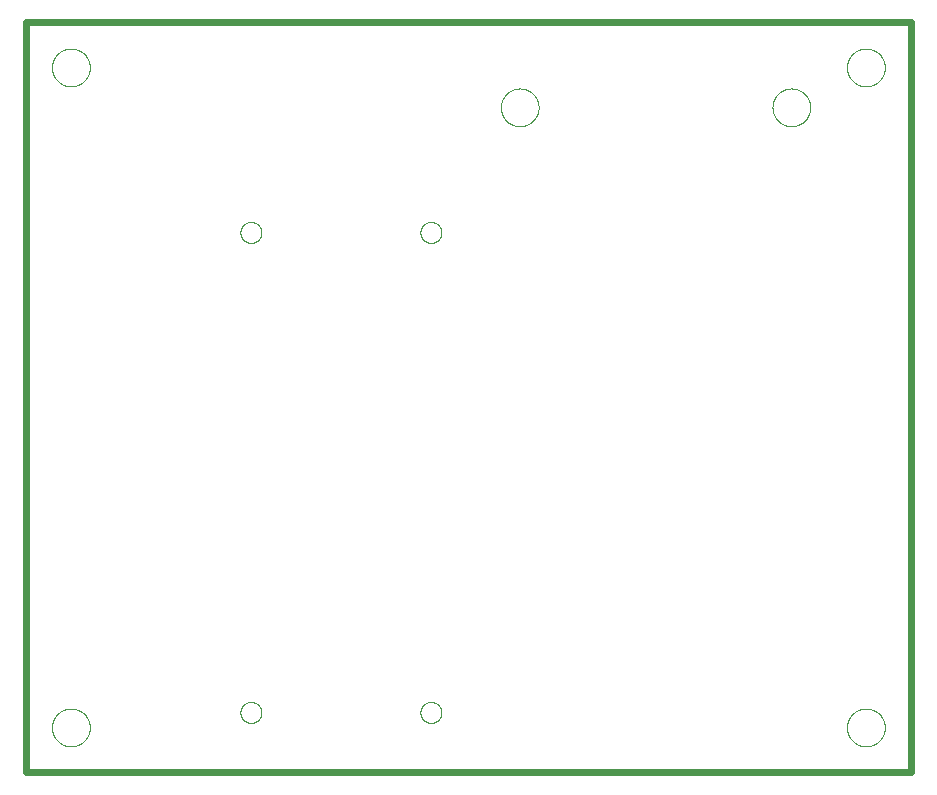
<source format=gbr>
G04 EAGLE Gerber RS-274X export*
G75*
%MOMM*%
%FSLAX34Y34*%
%LPD*%
%IN*%
%IPPOS*%
%AMOC8*
5,1,8,0,0,1.08239X$1,22.5*%
G01*
%ADD10C,0.000000*%
%ADD11C,0.609600*%


D10*
X22100Y596900D02*
X22105Y597293D01*
X22119Y597685D01*
X22143Y598077D01*
X22177Y598468D01*
X22220Y598859D01*
X22273Y599248D01*
X22336Y599635D01*
X22407Y600021D01*
X22489Y600406D01*
X22579Y600788D01*
X22680Y601167D01*
X22789Y601545D01*
X22908Y601919D01*
X23035Y602290D01*
X23172Y602658D01*
X23318Y603023D01*
X23473Y603384D01*
X23636Y603741D01*
X23808Y604094D01*
X23989Y604442D01*
X24179Y604786D01*
X24376Y605126D01*
X24582Y605460D01*
X24796Y605789D01*
X25019Y606113D01*
X25249Y606431D01*
X25486Y606744D01*
X25732Y607050D01*
X25985Y607351D01*
X26245Y607645D01*
X26512Y607933D01*
X26786Y608214D01*
X27067Y608488D01*
X27355Y608755D01*
X27649Y609015D01*
X27950Y609268D01*
X28256Y609514D01*
X28569Y609751D01*
X28887Y609981D01*
X29211Y610204D01*
X29540Y610418D01*
X29874Y610624D01*
X30214Y610821D01*
X30558Y611011D01*
X30906Y611192D01*
X31259Y611364D01*
X31616Y611527D01*
X31977Y611682D01*
X32342Y611828D01*
X32710Y611965D01*
X33081Y612092D01*
X33455Y612211D01*
X33833Y612320D01*
X34212Y612421D01*
X34594Y612511D01*
X34979Y612593D01*
X35365Y612664D01*
X35752Y612727D01*
X36141Y612780D01*
X36532Y612823D01*
X36923Y612857D01*
X37315Y612881D01*
X37707Y612895D01*
X38100Y612900D01*
X38493Y612895D01*
X38885Y612881D01*
X39277Y612857D01*
X39668Y612823D01*
X40059Y612780D01*
X40448Y612727D01*
X40835Y612664D01*
X41221Y612593D01*
X41606Y612511D01*
X41988Y612421D01*
X42367Y612320D01*
X42745Y612211D01*
X43119Y612092D01*
X43490Y611965D01*
X43858Y611828D01*
X44223Y611682D01*
X44584Y611527D01*
X44941Y611364D01*
X45294Y611192D01*
X45642Y611011D01*
X45986Y610821D01*
X46326Y610624D01*
X46660Y610418D01*
X46989Y610204D01*
X47313Y609981D01*
X47631Y609751D01*
X47944Y609514D01*
X48250Y609268D01*
X48551Y609015D01*
X48845Y608755D01*
X49133Y608488D01*
X49414Y608214D01*
X49688Y607933D01*
X49955Y607645D01*
X50215Y607351D01*
X50468Y607050D01*
X50714Y606744D01*
X50951Y606431D01*
X51181Y606113D01*
X51404Y605789D01*
X51618Y605460D01*
X51824Y605126D01*
X52021Y604786D01*
X52211Y604442D01*
X52392Y604094D01*
X52564Y603741D01*
X52727Y603384D01*
X52882Y603023D01*
X53028Y602658D01*
X53165Y602290D01*
X53292Y601919D01*
X53411Y601545D01*
X53520Y601167D01*
X53621Y600788D01*
X53711Y600406D01*
X53793Y600021D01*
X53864Y599635D01*
X53927Y599248D01*
X53980Y598859D01*
X54023Y598468D01*
X54057Y598077D01*
X54081Y597685D01*
X54095Y597293D01*
X54100Y596900D01*
X54095Y596507D01*
X54081Y596115D01*
X54057Y595723D01*
X54023Y595332D01*
X53980Y594941D01*
X53927Y594552D01*
X53864Y594165D01*
X53793Y593779D01*
X53711Y593394D01*
X53621Y593012D01*
X53520Y592633D01*
X53411Y592255D01*
X53292Y591881D01*
X53165Y591510D01*
X53028Y591142D01*
X52882Y590777D01*
X52727Y590416D01*
X52564Y590059D01*
X52392Y589706D01*
X52211Y589358D01*
X52021Y589014D01*
X51824Y588674D01*
X51618Y588340D01*
X51404Y588011D01*
X51181Y587687D01*
X50951Y587369D01*
X50714Y587056D01*
X50468Y586750D01*
X50215Y586449D01*
X49955Y586155D01*
X49688Y585867D01*
X49414Y585586D01*
X49133Y585312D01*
X48845Y585045D01*
X48551Y584785D01*
X48250Y584532D01*
X47944Y584286D01*
X47631Y584049D01*
X47313Y583819D01*
X46989Y583596D01*
X46660Y583382D01*
X46326Y583176D01*
X45986Y582979D01*
X45642Y582789D01*
X45294Y582608D01*
X44941Y582436D01*
X44584Y582273D01*
X44223Y582118D01*
X43858Y581972D01*
X43490Y581835D01*
X43119Y581708D01*
X42745Y581589D01*
X42367Y581480D01*
X41988Y581379D01*
X41606Y581289D01*
X41221Y581207D01*
X40835Y581136D01*
X40448Y581073D01*
X40059Y581020D01*
X39668Y580977D01*
X39277Y580943D01*
X38885Y580919D01*
X38493Y580905D01*
X38100Y580900D01*
X37707Y580905D01*
X37315Y580919D01*
X36923Y580943D01*
X36532Y580977D01*
X36141Y581020D01*
X35752Y581073D01*
X35365Y581136D01*
X34979Y581207D01*
X34594Y581289D01*
X34212Y581379D01*
X33833Y581480D01*
X33455Y581589D01*
X33081Y581708D01*
X32710Y581835D01*
X32342Y581972D01*
X31977Y582118D01*
X31616Y582273D01*
X31259Y582436D01*
X30906Y582608D01*
X30558Y582789D01*
X30214Y582979D01*
X29874Y583176D01*
X29540Y583382D01*
X29211Y583596D01*
X28887Y583819D01*
X28569Y584049D01*
X28256Y584286D01*
X27950Y584532D01*
X27649Y584785D01*
X27355Y585045D01*
X27067Y585312D01*
X26786Y585586D01*
X26512Y585867D01*
X26245Y586155D01*
X25985Y586449D01*
X25732Y586750D01*
X25486Y587056D01*
X25249Y587369D01*
X25019Y587687D01*
X24796Y588011D01*
X24582Y588340D01*
X24376Y588674D01*
X24179Y589014D01*
X23989Y589358D01*
X23808Y589706D01*
X23636Y590059D01*
X23473Y590416D01*
X23318Y590777D01*
X23172Y591142D01*
X23035Y591510D01*
X22908Y591881D01*
X22789Y592255D01*
X22680Y592633D01*
X22579Y593012D01*
X22489Y593394D01*
X22407Y593779D01*
X22336Y594165D01*
X22273Y594552D01*
X22220Y594941D01*
X22177Y595332D01*
X22143Y595723D01*
X22119Y596115D01*
X22105Y596507D01*
X22100Y596900D01*
X22100Y38100D02*
X22105Y38493D01*
X22119Y38885D01*
X22143Y39277D01*
X22177Y39668D01*
X22220Y40059D01*
X22273Y40448D01*
X22336Y40835D01*
X22407Y41221D01*
X22489Y41606D01*
X22579Y41988D01*
X22680Y42367D01*
X22789Y42745D01*
X22908Y43119D01*
X23035Y43490D01*
X23172Y43858D01*
X23318Y44223D01*
X23473Y44584D01*
X23636Y44941D01*
X23808Y45294D01*
X23989Y45642D01*
X24179Y45986D01*
X24376Y46326D01*
X24582Y46660D01*
X24796Y46989D01*
X25019Y47313D01*
X25249Y47631D01*
X25486Y47944D01*
X25732Y48250D01*
X25985Y48551D01*
X26245Y48845D01*
X26512Y49133D01*
X26786Y49414D01*
X27067Y49688D01*
X27355Y49955D01*
X27649Y50215D01*
X27950Y50468D01*
X28256Y50714D01*
X28569Y50951D01*
X28887Y51181D01*
X29211Y51404D01*
X29540Y51618D01*
X29874Y51824D01*
X30214Y52021D01*
X30558Y52211D01*
X30906Y52392D01*
X31259Y52564D01*
X31616Y52727D01*
X31977Y52882D01*
X32342Y53028D01*
X32710Y53165D01*
X33081Y53292D01*
X33455Y53411D01*
X33833Y53520D01*
X34212Y53621D01*
X34594Y53711D01*
X34979Y53793D01*
X35365Y53864D01*
X35752Y53927D01*
X36141Y53980D01*
X36532Y54023D01*
X36923Y54057D01*
X37315Y54081D01*
X37707Y54095D01*
X38100Y54100D01*
X38493Y54095D01*
X38885Y54081D01*
X39277Y54057D01*
X39668Y54023D01*
X40059Y53980D01*
X40448Y53927D01*
X40835Y53864D01*
X41221Y53793D01*
X41606Y53711D01*
X41988Y53621D01*
X42367Y53520D01*
X42745Y53411D01*
X43119Y53292D01*
X43490Y53165D01*
X43858Y53028D01*
X44223Y52882D01*
X44584Y52727D01*
X44941Y52564D01*
X45294Y52392D01*
X45642Y52211D01*
X45986Y52021D01*
X46326Y51824D01*
X46660Y51618D01*
X46989Y51404D01*
X47313Y51181D01*
X47631Y50951D01*
X47944Y50714D01*
X48250Y50468D01*
X48551Y50215D01*
X48845Y49955D01*
X49133Y49688D01*
X49414Y49414D01*
X49688Y49133D01*
X49955Y48845D01*
X50215Y48551D01*
X50468Y48250D01*
X50714Y47944D01*
X50951Y47631D01*
X51181Y47313D01*
X51404Y46989D01*
X51618Y46660D01*
X51824Y46326D01*
X52021Y45986D01*
X52211Y45642D01*
X52392Y45294D01*
X52564Y44941D01*
X52727Y44584D01*
X52882Y44223D01*
X53028Y43858D01*
X53165Y43490D01*
X53292Y43119D01*
X53411Y42745D01*
X53520Y42367D01*
X53621Y41988D01*
X53711Y41606D01*
X53793Y41221D01*
X53864Y40835D01*
X53927Y40448D01*
X53980Y40059D01*
X54023Y39668D01*
X54057Y39277D01*
X54081Y38885D01*
X54095Y38493D01*
X54100Y38100D01*
X54095Y37707D01*
X54081Y37315D01*
X54057Y36923D01*
X54023Y36532D01*
X53980Y36141D01*
X53927Y35752D01*
X53864Y35365D01*
X53793Y34979D01*
X53711Y34594D01*
X53621Y34212D01*
X53520Y33833D01*
X53411Y33455D01*
X53292Y33081D01*
X53165Y32710D01*
X53028Y32342D01*
X52882Y31977D01*
X52727Y31616D01*
X52564Y31259D01*
X52392Y30906D01*
X52211Y30558D01*
X52021Y30214D01*
X51824Y29874D01*
X51618Y29540D01*
X51404Y29211D01*
X51181Y28887D01*
X50951Y28569D01*
X50714Y28256D01*
X50468Y27950D01*
X50215Y27649D01*
X49955Y27355D01*
X49688Y27067D01*
X49414Y26786D01*
X49133Y26512D01*
X48845Y26245D01*
X48551Y25985D01*
X48250Y25732D01*
X47944Y25486D01*
X47631Y25249D01*
X47313Y25019D01*
X46989Y24796D01*
X46660Y24582D01*
X46326Y24376D01*
X45986Y24179D01*
X45642Y23989D01*
X45294Y23808D01*
X44941Y23636D01*
X44584Y23473D01*
X44223Y23318D01*
X43858Y23172D01*
X43490Y23035D01*
X43119Y22908D01*
X42745Y22789D01*
X42367Y22680D01*
X41988Y22579D01*
X41606Y22489D01*
X41221Y22407D01*
X40835Y22336D01*
X40448Y22273D01*
X40059Y22220D01*
X39668Y22177D01*
X39277Y22143D01*
X38885Y22119D01*
X38493Y22105D01*
X38100Y22100D01*
X37707Y22105D01*
X37315Y22119D01*
X36923Y22143D01*
X36532Y22177D01*
X36141Y22220D01*
X35752Y22273D01*
X35365Y22336D01*
X34979Y22407D01*
X34594Y22489D01*
X34212Y22579D01*
X33833Y22680D01*
X33455Y22789D01*
X33081Y22908D01*
X32710Y23035D01*
X32342Y23172D01*
X31977Y23318D01*
X31616Y23473D01*
X31259Y23636D01*
X30906Y23808D01*
X30558Y23989D01*
X30214Y24179D01*
X29874Y24376D01*
X29540Y24582D01*
X29211Y24796D01*
X28887Y25019D01*
X28569Y25249D01*
X28256Y25486D01*
X27950Y25732D01*
X27649Y25985D01*
X27355Y26245D01*
X27067Y26512D01*
X26786Y26786D01*
X26512Y27067D01*
X26245Y27355D01*
X25985Y27649D01*
X25732Y27950D01*
X25486Y28256D01*
X25249Y28569D01*
X25019Y28887D01*
X24796Y29211D01*
X24582Y29540D01*
X24376Y29874D01*
X24179Y30214D01*
X23989Y30558D01*
X23808Y30906D01*
X23636Y31259D01*
X23473Y31616D01*
X23318Y31977D01*
X23172Y32342D01*
X23035Y32710D01*
X22908Y33081D01*
X22789Y33455D01*
X22680Y33833D01*
X22579Y34212D01*
X22489Y34594D01*
X22407Y34979D01*
X22336Y35365D01*
X22273Y35752D01*
X22220Y36141D01*
X22177Y36532D01*
X22143Y36923D01*
X22119Y37315D01*
X22105Y37707D01*
X22100Y38100D01*
X695200Y38100D02*
X695205Y38493D01*
X695219Y38885D01*
X695243Y39277D01*
X695277Y39668D01*
X695320Y40059D01*
X695373Y40448D01*
X695436Y40835D01*
X695507Y41221D01*
X695589Y41606D01*
X695679Y41988D01*
X695780Y42367D01*
X695889Y42745D01*
X696008Y43119D01*
X696135Y43490D01*
X696272Y43858D01*
X696418Y44223D01*
X696573Y44584D01*
X696736Y44941D01*
X696908Y45294D01*
X697089Y45642D01*
X697279Y45986D01*
X697476Y46326D01*
X697682Y46660D01*
X697896Y46989D01*
X698119Y47313D01*
X698349Y47631D01*
X698586Y47944D01*
X698832Y48250D01*
X699085Y48551D01*
X699345Y48845D01*
X699612Y49133D01*
X699886Y49414D01*
X700167Y49688D01*
X700455Y49955D01*
X700749Y50215D01*
X701050Y50468D01*
X701356Y50714D01*
X701669Y50951D01*
X701987Y51181D01*
X702311Y51404D01*
X702640Y51618D01*
X702974Y51824D01*
X703314Y52021D01*
X703658Y52211D01*
X704006Y52392D01*
X704359Y52564D01*
X704716Y52727D01*
X705077Y52882D01*
X705442Y53028D01*
X705810Y53165D01*
X706181Y53292D01*
X706555Y53411D01*
X706933Y53520D01*
X707312Y53621D01*
X707694Y53711D01*
X708079Y53793D01*
X708465Y53864D01*
X708852Y53927D01*
X709241Y53980D01*
X709632Y54023D01*
X710023Y54057D01*
X710415Y54081D01*
X710807Y54095D01*
X711200Y54100D01*
X711593Y54095D01*
X711985Y54081D01*
X712377Y54057D01*
X712768Y54023D01*
X713159Y53980D01*
X713548Y53927D01*
X713935Y53864D01*
X714321Y53793D01*
X714706Y53711D01*
X715088Y53621D01*
X715467Y53520D01*
X715845Y53411D01*
X716219Y53292D01*
X716590Y53165D01*
X716958Y53028D01*
X717323Y52882D01*
X717684Y52727D01*
X718041Y52564D01*
X718394Y52392D01*
X718742Y52211D01*
X719086Y52021D01*
X719426Y51824D01*
X719760Y51618D01*
X720089Y51404D01*
X720413Y51181D01*
X720731Y50951D01*
X721044Y50714D01*
X721350Y50468D01*
X721651Y50215D01*
X721945Y49955D01*
X722233Y49688D01*
X722514Y49414D01*
X722788Y49133D01*
X723055Y48845D01*
X723315Y48551D01*
X723568Y48250D01*
X723814Y47944D01*
X724051Y47631D01*
X724281Y47313D01*
X724504Y46989D01*
X724718Y46660D01*
X724924Y46326D01*
X725121Y45986D01*
X725311Y45642D01*
X725492Y45294D01*
X725664Y44941D01*
X725827Y44584D01*
X725982Y44223D01*
X726128Y43858D01*
X726265Y43490D01*
X726392Y43119D01*
X726511Y42745D01*
X726620Y42367D01*
X726721Y41988D01*
X726811Y41606D01*
X726893Y41221D01*
X726964Y40835D01*
X727027Y40448D01*
X727080Y40059D01*
X727123Y39668D01*
X727157Y39277D01*
X727181Y38885D01*
X727195Y38493D01*
X727200Y38100D01*
X727195Y37707D01*
X727181Y37315D01*
X727157Y36923D01*
X727123Y36532D01*
X727080Y36141D01*
X727027Y35752D01*
X726964Y35365D01*
X726893Y34979D01*
X726811Y34594D01*
X726721Y34212D01*
X726620Y33833D01*
X726511Y33455D01*
X726392Y33081D01*
X726265Y32710D01*
X726128Y32342D01*
X725982Y31977D01*
X725827Y31616D01*
X725664Y31259D01*
X725492Y30906D01*
X725311Y30558D01*
X725121Y30214D01*
X724924Y29874D01*
X724718Y29540D01*
X724504Y29211D01*
X724281Y28887D01*
X724051Y28569D01*
X723814Y28256D01*
X723568Y27950D01*
X723315Y27649D01*
X723055Y27355D01*
X722788Y27067D01*
X722514Y26786D01*
X722233Y26512D01*
X721945Y26245D01*
X721651Y25985D01*
X721350Y25732D01*
X721044Y25486D01*
X720731Y25249D01*
X720413Y25019D01*
X720089Y24796D01*
X719760Y24582D01*
X719426Y24376D01*
X719086Y24179D01*
X718742Y23989D01*
X718394Y23808D01*
X718041Y23636D01*
X717684Y23473D01*
X717323Y23318D01*
X716958Y23172D01*
X716590Y23035D01*
X716219Y22908D01*
X715845Y22789D01*
X715467Y22680D01*
X715088Y22579D01*
X714706Y22489D01*
X714321Y22407D01*
X713935Y22336D01*
X713548Y22273D01*
X713159Y22220D01*
X712768Y22177D01*
X712377Y22143D01*
X711985Y22119D01*
X711593Y22105D01*
X711200Y22100D01*
X710807Y22105D01*
X710415Y22119D01*
X710023Y22143D01*
X709632Y22177D01*
X709241Y22220D01*
X708852Y22273D01*
X708465Y22336D01*
X708079Y22407D01*
X707694Y22489D01*
X707312Y22579D01*
X706933Y22680D01*
X706555Y22789D01*
X706181Y22908D01*
X705810Y23035D01*
X705442Y23172D01*
X705077Y23318D01*
X704716Y23473D01*
X704359Y23636D01*
X704006Y23808D01*
X703658Y23989D01*
X703314Y24179D01*
X702974Y24376D01*
X702640Y24582D01*
X702311Y24796D01*
X701987Y25019D01*
X701669Y25249D01*
X701356Y25486D01*
X701050Y25732D01*
X700749Y25985D01*
X700455Y26245D01*
X700167Y26512D01*
X699886Y26786D01*
X699612Y27067D01*
X699345Y27355D01*
X699085Y27649D01*
X698832Y27950D01*
X698586Y28256D01*
X698349Y28569D01*
X698119Y28887D01*
X697896Y29211D01*
X697682Y29540D01*
X697476Y29874D01*
X697279Y30214D01*
X697089Y30558D01*
X696908Y30906D01*
X696736Y31259D01*
X696573Y31616D01*
X696418Y31977D01*
X696272Y32342D01*
X696135Y32710D01*
X696008Y33081D01*
X695889Y33455D01*
X695780Y33833D01*
X695679Y34212D01*
X695589Y34594D01*
X695507Y34979D01*
X695436Y35365D01*
X695373Y35752D01*
X695320Y36141D01*
X695277Y36532D01*
X695243Y36923D01*
X695219Y37315D01*
X695205Y37707D01*
X695200Y38100D01*
X695200Y596900D02*
X695205Y597293D01*
X695219Y597685D01*
X695243Y598077D01*
X695277Y598468D01*
X695320Y598859D01*
X695373Y599248D01*
X695436Y599635D01*
X695507Y600021D01*
X695589Y600406D01*
X695679Y600788D01*
X695780Y601167D01*
X695889Y601545D01*
X696008Y601919D01*
X696135Y602290D01*
X696272Y602658D01*
X696418Y603023D01*
X696573Y603384D01*
X696736Y603741D01*
X696908Y604094D01*
X697089Y604442D01*
X697279Y604786D01*
X697476Y605126D01*
X697682Y605460D01*
X697896Y605789D01*
X698119Y606113D01*
X698349Y606431D01*
X698586Y606744D01*
X698832Y607050D01*
X699085Y607351D01*
X699345Y607645D01*
X699612Y607933D01*
X699886Y608214D01*
X700167Y608488D01*
X700455Y608755D01*
X700749Y609015D01*
X701050Y609268D01*
X701356Y609514D01*
X701669Y609751D01*
X701987Y609981D01*
X702311Y610204D01*
X702640Y610418D01*
X702974Y610624D01*
X703314Y610821D01*
X703658Y611011D01*
X704006Y611192D01*
X704359Y611364D01*
X704716Y611527D01*
X705077Y611682D01*
X705442Y611828D01*
X705810Y611965D01*
X706181Y612092D01*
X706555Y612211D01*
X706933Y612320D01*
X707312Y612421D01*
X707694Y612511D01*
X708079Y612593D01*
X708465Y612664D01*
X708852Y612727D01*
X709241Y612780D01*
X709632Y612823D01*
X710023Y612857D01*
X710415Y612881D01*
X710807Y612895D01*
X711200Y612900D01*
X711593Y612895D01*
X711985Y612881D01*
X712377Y612857D01*
X712768Y612823D01*
X713159Y612780D01*
X713548Y612727D01*
X713935Y612664D01*
X714321Y612593D01*
X714706Y612511D01*
X715088Y612421D01*
X715467Y612320D01*
X715845Y612211D01*
X716219Y612092D01*
X716590Y611965D01*
X716958Y611828D01*
X717323Y611682D01*
X717684Y611527D01*
X718041Y611364D01*
X718394Y611192D01*
X718742Y611011D01*
X719086Y610821D01*
X719426Y610624D01*
X719760Y610418D01*
X720089Y610204D01*
X720413Y609981D01*
X720731Y609751D01*
X721044Y609514D01*
X721350Y609268D01*
X721651Y609015D01*
X721945Y608755D01*
X722233Y608488D01*
X722514Y608214D01*
X722788Y607933D01*
X723055Y607645D01*
X723315Y607351D01*
X723568Y607050D01*
X723814Y606744D01*
X724051Y606431D01*
X724281Y606113D01*
X724504Y605789D01*
X724718Y605460D01*
X724924Y605126D01*
X725121Y604786D01*
X725311Y604442D01*
X725492Y604094D01*
X725664Y603741D01*
X725827Y603384D01*
X725982Y603023D01*
X726128Y602658D01*
X726265Y602290D01*
X726392Y601919D01*
X726511Y601545D01*
X726620Y601167D01*
X726721Y600788D01*
X726811Y600406D01*
X726893Y600021D01*
X726964Y599635D01*
X727027Y599248D01*
X727080Y598859D01*
X727123Y598468D01*
X727157Y598077D01*
X727181Y597685D01*
X727195Y597293D01*
X727200Y596900D01*
X727195Y596507D01*
X727181Y596115D01*
X727157Y595723D01*
X727123Y595332D01*
X727080Y594941D01*
X727027Y594552D01*
X726964Y594165D01*
X726893Y593779D01*
X726811Y593394D01*
X726721Y593012D01*
X726620Y592633D01*
X726511Y592255D01*
X726392Y591881D01*
X726265Y591510D01*
X726128Y591142D01*
X725982Y590777D01*
X725827Y590416D01*
X725664Y590059D01*
X725492Y589706D01*
X725311Y589358D01*
X725121Y589014D01*
X724924Y588674D01*
X724718Y588340D01*
X724504Y588011D01*
X724281Y587687D01*
X724051Y587369D01*
X723814Y587056D01*
X723568Y586750D01*
X723315Y586449D01*
X723055Y586155D01*
X722788Y585867D01*
X722514Y585586D01*
X722233Y585312D01*
X721945Y585045D01*
X721651Y584785D01*
X721350Y584532D01*
X721044Y584286D01*
X720731Y584049D01*
X720413Y583819D01*
X720089Y583596D01*
X719760Y583382D01*
X719426Y583176D01*
X719086Y582979D01*
X718742Y582789D01*
X718394Y582608D01*
X718041Y582436D01*
X717684Y582273D01*
X717323Y582118D01*
X716958Y581972D01*
X716590Y581835D01*
X716219Y581708D01*
X715845Y581589D01*
X715467Y581480D01*
X715088Y581379D01*
X714706Y581289D01*
X714321Y581207D01*
X713935Y581136D01*
X713548Y581073D01*
X713159Y581020D01*
X712768Y580977D01*
X712377Y580943D01*
X711985Y580919D01*
X711593Y580905D01*
X711200Y580900D01*
X710807Y580905D01*
X710415Y580919D01*
X710023Y580943D01*
X709632Y580977D01*
X709241Y581020D01*
X708852Y581073D01*
X708465Y581136D01*
X708079Y581207D01*
X707694Y581289D01*
X707312Y581379D01*
X706933Y581480D01*
X706555Y581589D01*
X706181Y581708D01*
X705810Y581835D01*
X705442Y581972D01*
X705077Y582118D01*
X704716Y582273D01*
X704359Y582436D01*
X704006Y582608D01*
X703658Y582789D01*
X703314Y582979D01*
X702974Y583176D01*
X702640Y583382D01*
X702311Y583596D01*
X701987Y583819D01*
X701669Y584049D01*
X701356Y584286D01*
X701050Y584532D01*
X700749Y584785D01*
X700455Y585045D01*
X700167Y585312D01*
X699886Y585586D01*
X699612Y585867D01*
X699345Y586155D01*
X699085Y586449D01*
X698832Y586750D01*
X698586Y587056D01*
X698349Y587369D01*
X698119Y587687D01*
X697896Y588011D01*
X697682Y588340D01*
X697476Y588674D01*
X697279Y589014D01*
X697089Y589358D01*
X696908Y589706D01*
X696736Y590059D01*
X696573Y590416D01*
X696418Y590777D01*
X696272Y591142D01*
X696135Y591510D01*
X696008Y591881D01*
X695889Y592255D01*
X695780Y592633D01*
X695679Y593012D01*
X695589Y593394D01*
X695507Y593779D01*
X695436Y594165D01*
X695373Y594552D01*
X695320Y594941D01*
X695277Y595332D01*
X695243Y595723D01*
X695219Y596115D01*
X695205Y596507D01*
X695200Y596900D01*
D11*
X749300Y0D02*
X0Y0D01*
X749300Y0D02*
X749300Y635000D01*
X0Y635000D01*
X0Y0D01*
D10*
X181610Y457200D02*
X181613Y457418D01*
X181621Y457636D01*
X181634Y457854D01*
X181653Y458071D01*
X181677Y458288D01*
X181706Y458504D01*
X181741Y458720D01*
X181781Y458934D01*
X181826Y459148D01*
X181876Y459360D01*
X181932Y459571D01*
X181993Y459781D01*
X182059Y459989D01*
X182130Y460195D01*
X182206Y460399D01*
X182287Y460602D01*
X182373Y460803D01*
X182464Y461001D01*
X182559Y461197D01*
X182660Y461391D01*
X182765Y461582D01*
X182875Y461770D01*
X182989Y461956D01*
X183108Y462139D01*
X183232Y462319D01*
X183359Y462496D01*
X183492Y462669D01*
X183628Y462840D01*
X183768Y463007D01*
X183913Y463170D01*
X184061Y463330D01*
X184214Y463486D01*
X184370Y463639D01*
X184530Y463787D01*
X184693Y463932D01*
X184860Y464072D01*
X185031Y464208D01*
X185204Y464341D01*
X185381Y464468D01*
X185561Y464592D01*
X185744Y464711D01*
X185930Y464825D01*
X186118Y464935D01*
X186309Y465040D01*
X186503Y465141D01*
X186699Y465236D01*
X186897Y465327D01*
X187098Y465413D01*
X187301Y465494D01*
X187505Y465570D01*
X187711Y465641D01*
X187919Y465707D01*
X188129Y465768D01*
X188340Y465824D01*
X188552Y465874D01*
X188766Y465919D01*
X188980Y465959D01*
X189196Y465994D01*
X189412Y466023D01*
X189629Y466047D01*
X189846Y466066D01*
X190064Y466079D01*
X190282Y466087D01*
X190500Y466090D01*
X190718Y466087D01*
X190936Y466079D01*
X191154Y466066D01*
X191371Y466047D01*
X191588Y466023D01*
X191804Y465994D01*
X192020Y465959D01*
X192234Y465919D01*
X192448Y465874D01*
X192660Y465824D01*
X192871Y465768D01*
X193081Y465707D01*
X193289Y465641D01*
X193495Y465570D01*
X193699Y465494D01*
X193902Y465413D01*
X194103Y465327D01*
X194301Y465236D01*
X194497Y465141D01*
X194691Y465040D01*
X194882Y464935D01*
X195070Y464825D01*
X195256Y464711D01*
X195439Y464592D01*
X195619Y464468D01*
X195796Y464341D01*
X195969Y464208D01*
X196140Y464072D01*
X196307Y463932D01*
X196470Y463787D01*
X196630Y463639D01*
X196786Y463486D01*
X196939Y463330D01*
X197087Y463170D01*
X197232Y463007D01*
X197372Y462840D01*
X197508Y462669D01*
X197641Y462496D01*
X197768Y462319D01*
X197892Y462139D01*
X198011Y461956D01*
X198125Y461770D01*
X198235Y461582D01*
X198340Y461391D01*
X198441Y461197D01*
X198536Y461001D01*
X198627Y460803D01*
X198713Y460602D01*
X198794Y460399D01*
X198870Y460195D01*
X198941Y459989D01*
X199007Y459781D01*
X199068Y459571D01*
X199124Y459360D01*
X199174Y459148D01*
X199219Y458934D01*
X199259Y458720D01*
X199294Y458504D01*
X199323Y458288D01*
X199347Y458071D01*
X199366Y457854D01*
X199379Y457636D01*
X199387Y457418D01*
X199390Y457200D01*
X199387Y456982D01*
X199379Y456764D01*
X199366Y456546D01*
X199347Y456329D01*
X199323Y456112D01*
X199294Y455896D01*
X199259Y455680D01*
X199219Y455466D01*
X199174Y455252D01*
X199124Y455040D01*
X199068Y454829D01*
X199007Y454619D01*
X198941Y454411D01*
X198870Y454205D01*
X198794Y454001D01*
X198713Y453798D01*
X198627Y453597D01*
X198536Y453399D01*
X198441Y453203D01*
X198340Y453009D01*
X198235Y452818D01*
X198125Y452630D01*
X198011Y452444D01*
X197892Y452261D01*
X197768Y452081D01*
X197641Y451904D01*
X197508Y451731D01*
X197372Y451560D01*
X197232Y451393D01*
X197087Y451230D01*
X196939Y451070D01*
X196786Y450914D01*
X196630Y450761D01*
X196470Y450613D01*
X196307Y450468D01*
X196140Y450328D01*
X195969Y450192D01*
X195796Y450059D01*
X195619Y449932D01*
X195439Y449808D01*
X195256Y449689D01*
X195070Y449575D01*
X194882Y449465D01*
X194691Y449360D01*
X194497Y449259D01*
X194301Y449164D01*
X194103Y449073D01*
X193902Y448987D01*
X193699Y448906D01*
X193495Y448830D01*
X193289Y448759D01*
X193081Y448693D01*
X192871Y448632D01*
X192660Y448576D01*
X192448Y448526D01*
X192234Y448481D01*
X192020Y448441D01*
X191804Y448406D01*
X191588Y448377D01*
X191371Y448353D01*
X191154Y448334D01*
X190936Y448321D01*
X190718Y448313D01*
X190500Y448310D01*
X190282Y448313D01*
X190064Y448321D01*
X189846Y448334D01*
X189629Y448353D01*
X189412Y448377D01*
X189196Y448406D01*
X188980Y448441D01*
X188766Y448481D01*
X188552Y448526D01*
X188340Y448576D01*
X188129Y448632D01*
X187919Y448693D01*
X187711Y448759D01*
X187505Y448830D01*
X187301Y448906D01*
X187098Y448987D01*
X186897Y449073D01*
X186699Y449164D01*
X186503Y449259D01*
X186309Y449360D01*
X186118Y449465D01*
X185930Y449575D01*
X185744Y449689D01*
X185561Y449808D01*
X185381Y449932D01*
X185204Y450059D01*
X185031Y450192D01*
X184860Y450328D01*
X184693Y450468D01*
X184530Y450613D01*
X184370Y450761D01*
X184214Y450914D01*
X184061Y451070D01*
X183913Y451230D01*
X183768Y451393D01*
X183628Y451560D01*
X183492Y451731D01*
X183359Y451904D01*
X183232Y452081D01*
X183108Y452261D01*
X182989Y452444D01*
X182875Y452630D01*
X182765Y452818D01*
X182660Y453009D01*
X182559Y453203D01*
X182464Y453399D01*
X182373Y453597D01*
X182287Y453798D01*
X182206Y454001D01*
X182130Y454205D01*
X182059Y454411D01*
X181993Y454619D01*
X181932Y454829D01*
X181876Y455040D01*
X181826Y455252D01*
X181781Y455466D01*
X181741Y455680D01*
X181706Y455896D01*
X181677Y456112D01*
X181653Y456329D01*
X181634Y456546D01*
X181621Y456764D01*
X181613Y456982D01*
X181610Y457200D01*
X334010Y457200D02*
X334013Y457418D01*
X334021Y457636D01*
X334034Y457854D01*
X334053Y458071D01*
X334077Y458288D01*
X334106Y458504D01*
X334141Y458720D01*
X334181Y458934D01*
X334226Y459148D01*
X334276Y459360D01*
X334332Y459571D01*
X334393Y459781D01*
X334459Y459989D01*
X334530Y460195D01*
X334606Y460399D01*
X334687Y460602D01*
X334773Y460803D01*
X334864Y461001D01*
X334959Y461197D01*
X335060Y461391D01*
X335165Y461582D01*
X335275Y461770D01*
X335389Y461956D01*
X335508Y462139D01*
X335632Y462319D01*
X335759Y462496D01*
X335892Y462669D01*
X336028Y462840D01*
X336168Y463007D01*
X336313Y463170D01*
X336461Y463330D01*
X336614Y463486D01*
X336770Y463639D01*
X336930Y463787D01*
X337093Y463932D01*
X337260Y464072D01*
X337431Y464208D01*
X337604Y464341D01*
X337781Y464468D01*
X337961Y464592D01*
X338144Y464711D01*
X338330Y464825D01*
X338518Y464935D01*
X338709Y465040D01*
X338903Y465141D01*
X339099Y465236D01*
X339297Y465327D01*
X339498Y465413D01*
X339701Y465494D01*
X339905Y465570D01*
X340111Y465641D01*
X340319Y465707D01*
X340529Y465768D01*
X340740Y465824D01*
X340952Y465874D01*
X341166Y465919D01*
X341380Y465959D01*
X341596Y465994D01*
X341812Y466023D01*
X342029Y466047D01*
X342246Y466066D01*
X342464Y466079D01*
X342682Y466087D01*
X342900Y466090D01*
X343118Y466087D01*
X343336Y466079D01*
X343554Y466066D01*
X343771Y466047D01*
X343988Y466023D01*
X344204Y465994D01*
X344420Y465959D01*
X344634Y465919D01*
X344848Y465874D01*
X345060Y465824D01*
X345271Y465768D01*
X345481Y465707D01*
X345689Y465641D01*
X345895Y465570D01*
X346099Y465494D01*
X346302Y465413D01*
X346503Y465327D01*
X346701Y465236D01*
X346897Y465141D01*
X347091Y465040D01*
X347282Y464935D01*
X347470Y464825D01*
X347656Y464711D01*
X347839Y464592D01*
X348019Y464468D01*
X348196Y464341D01*
X348369Y464208D01*
X348540Y464072D01*
X348707Y463932D01*
X348870Y463787D01*
X349030Y463639D01*
X349186Y463486D01*
X349339Y463330D01*
X349487Y463170D01*
X349632Y463007D01*
X349772Y462840D01*
X349908Y462669D01*
X350041Y462496D01*
X350168Y462319D01*
X350292Y462139D01*
X350411Y461956D01*
X350525Y461770D01*
X350635Y461582D01*
X350740Y461391D01*
X350841Y461197D01*
X350936Y461001D01*
X351027Y460803D01*
X351113Y460602D01*
X351194Y460399D01*
X351270Y460195D01*
X351341Y459989D01*
X351407Y459781D01*
X351468Y459571D01*
X351524Y459360D01*
X351574Y459148D01*
X351619Y458934D01*
X351659Y458720D01*
X351694Y458504D01*
X351723Y458288D01*
X351747Y458071D01*
X351766Y457854D01*
X351779Y457636D01*
X351787Y457418D01*
X351790Y457200D01*
X351787Y456982D01*
X351779Y456764D01*
X351766Y456546D01*
X351747Y456329D01*
X351723Y456112D01*
X351694Y455896D01*
X351659Y455680D01*
X351619Y455466D01*
X351574Y455252D01*
X351524Y455040D01*
X351468Y454829D01*
X351407Y454619D01*
X351341Y454411D01*
X351270Y454205D01*
X351194Y454001D01*
X351113Y453798D01*
X351027Y453597D01*
X350936Y453399D01*
X350841Y453203D01*
X350740Y453009D01*
X350635Y452818D01*
X350525Y452630D01*
X350411Y452444D01*
X350292Y452261D01*
X350168Y452081D01*
X350041Y451904D01*
X349908Y451731D01*
X349772Y451560D01*
X349632Y451393D01*
X349487Y451230D01*
X349339Y451070D01*
X349186Y450914D01*
X349030Y450761D01*
X348870Y450613D01*
X348707Y450468D01*
X348540Y450328D01*
X348369Y450192D01*
X348196Y450059D01*
X348019Y449932D01*
X347839Y449808D01*
X347656Y449689D01*
X347470Y449575D01*
X347282Y449465D01*
X347091Y449360D01*
X346897Y449259D01*
X346701Y449164D01*
X346503Y449073D01*
X346302Y448987D01*
X346099Y448906D01*
X345895Y448830D01*
X345689Y448759D01*
X345481Y448693D01*
X345271Y448632D01*
X345060Y448576D01*
X344848Y448526D01*
X344634Y448481D01*
X344420Y448441D01*
X344204Y448406D01*
X343988Y448377D01*
X343771Y448353D01*
X343554Y448334D01*
X343336Y448321D01*
X343118Y448313D01*
X342900Y448310D01*
X342682Y448313D01*
X342464Y448321D01*
X342246Y448334D01*
X342029Y448353D01*
X341812Y448377D01*
X341596Y448406D01*
X341380Y448441D01*
X341166Y448481D01*
X340952Y448526D01*
X340740Y448576D01*
X340529Y448632D01*
X340319Y448693D01*
X340111Y448759D01*
X339905Y448830D01*
X339701Y448906D01*
X339498Y448987D01*
X339297Y449073D01*
X339099Y449164D01*
X338903Y449259D01*
X338709Y449360D01*
X338518Y449465D01*
X338330Y449575D01*
X338144Y449689D01*
X337961Y449808D01*
X337781Y449932D01*
X337604Y450059D01*
X337431Y450192D01*
X337260Y450328D01*
X337093Y450468D01*
X336930Y450613D01*
X336770Y450761D01*
X336614Y450914D01*
X336461Y451070D01*
X336313Y451230D01*
X336168Y451393D01*
X336028Y451560D01*
X335892Y451731D01*
X335759Y451904D01*
X335632Y452081D01*
X335508Y452261D01*
X335389Y452444D01*
X335275Y452630D01*
X335165Y452818D01*
X335060Y453009D01*
X334959Y453203D01*
X334864Y453399D01*
X334773Y453597D01*
X334687Y453798D01*
X334606Y454001D01*
X334530Y454205D01*
X334459Y454411D01*
X334393Y454619D01*
X334332Y454829D01*
X334276Y455040D01*
X334226Y455252D01*
X334181Y455466D01*
X334141Y455680D01*
X334106Y455896D01*
X334077Y456112D01*
X334053Y456329D01*
X334034Y456546D01*
X334021Y456764D01*
X334013Y456982D01*
X334010Y457200D01*
X334010Y50800D02*
X334013Y51018D01*
X334021Y51236D01*
X334034Y51454D01*
X334053Y51671D01*
X334077Y51888D01*
X334106Y52104D01*
X334141Y52320D01*
X334181Y52534D01*
X334226Y52748D01*
X334276Y52960D01*
X334332Y53171D01*
X334393Y53381D01*
X334459Y53589D01*
X334530Y53795D01*
X334606Y53999D01*
X334687Y54202D01*
X334773Y54403D01*
X334864Y54601D01*
X334959Y54797D01*
X335060Y54991D01*
X335165Y55182D01*
X335275Y55370D01*
X335389Y55556D01*
X335508Y55739D01*
X335632Y55919D01*
X335759Y56096D01*
X335892Y56269D01*
X336028Y56440D01*
X336168Y56607D01*
X336313Y56770D01*
X336461Y56930D01*
X336614Y57086D01*
X336770Y57239D01*
X336930Y57387D01*
X337093Y57532D01*
X337260Y57672D01*
X337431Y57808D01*
X337604Y57941D01*
X337781Y58068D01*
X337961Y58192D01*
X338144Y58311D01*
X338330Y58425D01*
X338518Y58535D01*
X338709Y58640D01*
X338903Y58741D01*
X339099Y58836D01*
X339297Y58927D01*
X339498Y59013D01*
X339701Y59094D01*
X339905Y59170D01*
X340111Y59241D01*
X340319Y59307D01*
X340529Y59368D01*
X340740Y59424D01*
X340952Y59474D01*
X341166Y59519D01*
X341380Y59559D01*
X341596Y59594D01*
X341812Y59623D01*
X342029Y59647D01*
X342246Y59666D01*
X342464Y59679D01*
X342682Y59687D01*
X342900Y59690D01*
X343118Y59687D01*
X343336Y59679D01*
X343554Y59666D01*
X343771Y59647D01*
X343988Y59623D01*
X344204Y59594D01*
X344420Y59559D01*
X344634Y59519D01*
X344848Y59474D01*
X345060Y59424D01*
X345271Y59368D01*
X345481Y59307D01*
X345689Y59241D01*
X345895Y59170D01*
X346099Y59094D01*
X346302Y59013D01*
X346503Y58927D01*
X346701Y58836D01*
X346897Y58741D01*
X347091Y58640D01*
X347282Y58535D01*
X347470Y58425D01*
X347656Y58311D01*
X347839Y58192D01*
X348019Y58068D01*
X348196Y57941D01*
X348369Y57808D01*
X348540Y57672D01*
X348707Y57532D01*
X348870Y57387D01*
X349030Y57239D01*
X349186Y57086D01*
X349339Y56930D01*
X349487Y56770D01*
X349632Y56607D01*
X349772Y56440D01*
X349908Y56269D01*
X350041Y56096D01*
X350168Y55919D01*
X350292Y55739D01*
X350411Y55556D01*
X350525Y55370D01*
X350635Y55182D01*
X350740Y54991D01*
X350841Y54797D01*
X350936Y54601D01*
X351027Y54403D01*
X351113Y54202D01*
X351194Y53999D01*
X351270Y53795D01*
X351341Y53589D01*
X351407Y53381D01*
X351468Y53171D01*
X351524Y52960D01*
X351574Y52748D01*
X351619Y52534D01*
X351659Y52320D01*
X351694Y52104D01*
X351723Y51888D01*
X351747Y51671D01*
X351766Y51454D01*
X351779Y51236D01*
X351787Y51018D01*
X351790Y50800D01*
X351787Y50582D01*
X351779Y50364D01*
X351766Y50146D01*
X351747Y49929D01*
X351723Y49712D01*
X351694Y49496D01*
X351659Y49280D01*
X351619Y49066D01*
X351574Y48852D01*
X351524Y48640D01*
X351468Y48429D01*
X351407Y48219D01*
X351341Y48011D01*
X351270Y47805D01*
X351194Y47601D01*
X351113Y47398D01*
X351027Y47197D01*
X350936Y46999D01*
X350841Y46803D01*
X350740Y46609D01*
X350635Y46418D01*
X350525Y46230D01*
X350411Y46044D01*
X350292Y45861D01*
X350168Y45681D01*
X350041Y45504D01*
X349908Y45331D01*
X349772Y45160D01*
X349632Y44993D01*
X349487Y44830D01*
X349339Y44670D01*
X349186Y44514D01*
X349030Y44361D01*
X348870Y44213D01*
X348707Y44068D01*
X348540Y43928D01*
X348369Y43792D01*
X348196Y43659D01*
X348019Y43532D01*
X347839Y43408D01*
X347656Y43289D01*
X347470Y43175D01*
X347282Y43065D01*
X347091Y42960D01*
X346897Y42859D01*
X346701Y42764D01*
X346503Y42673D01*
X346302Y42587D01*
X346099Y42506D01*
X345895Y42430D01*
X345689Y42359D01*
X345481Y42293D01*
X345271Y42232D01*
X345060Y42176D01*
X344848Y42126D01*
X344634Y42081D01*
X344420Y42041D01*
X344204Y42006D01*
X343988Y41977D01*
X343771Y41953D01*
X343554Y41934D01*
X343336Y41921D01*
X343118Y41913D01*
X342900Y41910D01*
X342682Y41913D01*
X342464Y41921D01*
X342246Y41934D01*
X342029Y41953D01*
X341812Y41977D01*
X341596Y42006D01*
X341380Y42041D01*
X341166Y42081D01*
X340952Y42126D01*
X340740Y42176D01*
X340529Y42232D01*
X340319Y42293D01*
X340111Y42359D01*
X339905Y42430D01*
X339701Y42506D01*
X339498Y42587D01*
X339297Y42673D01*
X339099Y42764D01*
X338903Y42859D01*
X338709Y42960D01*
X338518Y43065D01*
X338330Y43175D01*
X338144Y43289D01*
X337961Y43408D01*
X337781Y43532D01*
X337604Y43659D01*
X337431Y43792D01*
X337260Y43928D01*
X337093Y44068D01*
X336930Y44213D01*
X336770Y44361D01*
X336614Y44514D01*
X336461Y44670D01*
X336313Y44830D01*
X336168Y44993D01*
X336028Y45160D01*
X335892Y45331D01*
X335759Y45504D01*
X335632Y45681D01*
X335508Y45861D01*
X335389Y46044D01*
X335275Y46230D01*
X335165Y46418D01*
X335060Y46609D01*
X334959Y46803D01*
X334864Y46999D01*
X334773Y47197D01*
X334687Y47398D01*
X334606Y47601D01*
X334530Y47805D01*
X334459Y48011D01*
X334393Y48219D01*
X334332Y48429D01*
X334276Y48640D01*
X334226Y48852D01*
X334181Y49066D01*
X334141Y49280D01*
X334106Y49496D01*
X334077Y49712D01*
X334053Y49929D01*
X334034Y50146D01*
X334021Y50364D01*
X334013Y50582D01*
X334010Y50800D01*
X181610Y50800D02*
X181613Y51018D01*
X181621Y51236D01*
X181634Y51454D01*
X181653Y51671D01*
X181677Y51888D01*
X181706Y52104D01*
X181741Y52320D01*
X181781Y52534D01*
X181826Y52748D01*
X181876Y52960D01*
X181932Y53171D01*
X181993Y53381D01*
X182059Y53589D01*
X182130Y53795D01*
X182206Y53999D01*
X182287Y54202D01*
X182373Y54403D01*
X182464Y54601D01*
X182559Y54797D01*
X182660Y54991D01*
X182765Y55182D01*
X182875Y55370D01*
X182989Y55556D01*
X183108Y55739D01*
X183232Y55919D01*
X183359Y56096D01*
X183492Y56269D01*
X183628Y56440D01*
X183768Y56607D01*
X183913Y56770D01*
X184061Y56930D01*
X184214Y57086D01*
X184370Y57239D01*
X184530Y57387D01*
X184693Y57532D01*
X184860Y57672D01*
X185031Y57808D01*
X185204Y57941D01*
X185381Y58068D01*
X185561Y58192D01*
X185744Y58311D01*
X185930Y58425D01*
X186118Y58535D01*
X186309Y58640D01*
X186503Y58741D01*
X186699Y58836D01*
X186897Y58927D01*
X187098Y59013D01*
X187301Y59094D01*
X187505Y59170D01*
X187711Y59241D01*
X187919Y59307D01*
X188129Y59368D01*
X188340Y59424D01*
X188552Y59474D01*
X188766Y59519D01*
X188980Y59559D01*
X189196Y59594D01*
X189412Y59623D01*
X189629Y59647D01*
X189846Y59666D01*
X190064Y59679D01*
X190282Y59687D01*
X190500Y59690D01*
X190718Y59687D01*
X190936Y59679D01*
X191154Y59666D01*
X191371Y59647D01*
X191588Y59623D01*
X191804Y59594D01*
X192020Y59559D01*
X192234Y59519D01*
X192448Y59474D01*
X192660Y59424D01*
X192871Y59368D01*
X193081Y59307D01*
X193289Y59241D01*
X193495Y59170D01*
X193699Y59094D01*
X193902Y59013D01*
X194103Y58927D01*
X194301Y58836D01*
X194497Y58741D01*
X194691Y58640D01*
X194882Y58535D01*
X195070Y58425D01*
X195256Y58311D01*
X195439Y58192D01*
X195619Y58068D01*
X195796Y57941D01*
X195969Y57808D01*
X196140Y57672D01*
X196307Y57532D01*
X196470Y57387D01*
X196630Y57239D01*
X196786Y57086D01*
X196939Y56930D01*
X197087Y56770D01*
X197232Y56607D01*
X197372Y56440D01*
X197508Y56269D01*
X197641Y56096D01*
X197768Y55919D01*
X197892Y55739D01*
X198011Y55556D01*
X198125Y55370D01*
X198235Y55182D01*
X198340Y54991D01*
X198441Y54797D01*
X198536Y54601D01*
X198627Y54403D01*
X198713Y54202D01*
X198794Y53999D01*
X198870Y53795D01*
X198941Y53589D01*
X199007Y53381D01*
X199068Y53171D01*
X199124Y52960D01*
X199174Y52748D01*
X199219Y52534D01*
X199259Y52320D01*
X199294Y52104D01*
X199323Y51888D01*
X199347Y51671D01*
X199366Y51454D01*
X199379Y51236D01*
X199387Y51018D01*
X199390Y50800D01*
X199387Y50582D01*
X199379Y50364D01*
X199366Y50146D01*
X199347Y49929D01*
X199323Y49712D01*
X199294Y49496D01*
X199259Y49280D01*
X199219Y49066D01*
X199174Y48852D01*
X199124Y48640D01*
X199068Y48429D01*
X199007Y48219D01*
X198941Y48011D01*
X198870Y47805D01*
X198794Y47601D01*
X198713Y47398D01*
X198627Y47197D01*
X198536Y46999D01*
X198441Y46803D01*
X198340Y46609D01*
X198235Y46418D01*
X198125Y46230D01*
X198011Y46044D01*
X197892Y45861D01*
X197768Y45681D01*
X197641Y45504D01*
X197508Y45331D01*
X197372Y45160D01*
X197232Y44993D01*
X197087Y44830D01*
X196939Y44670D01*
X196786Y44514D01*
X196630Y44361D01*
X196470Y44213D01*
X196307Y44068D01*
X196140Y43928D01*
X195969Y43792D01*
X195796Y43659D01*
X195619Y43532D01*
X195439Y43408D01*
X195256Y43289D01*
X195070Y43175D01*
X194882Y43065D01*
X194691Y42960D01*
X194497Y42859D01*
X194301Y42764D01*
X194103Y42673D01*
X193902Y42587D01*
X193699Y42506D01*
X193495Y42430D01*
X193289Y42359D01*
X193081Y42293D01*
X192871Y42232D01*
X192660Y42176D01*
X192448Y42126D01*
X192234Y42081D01*
X192020Y42041D01*
X191804Y42006D01*
X191588Y41977D01*
X191371Y41953D01*
X191154Y41934D01*
X190936Y41921D01*
X190718Y41913D01*
X190500Y41910D01*
X190282Y41913D01*
X190064Y41921D01*
X189846Y41934D01*
X189629Y41953D01*
X189412Y41977D01*
X189196Y42006D01*
X188980Y42041D01*
X188766Y42081D01*
X188552Y42126D01*
X188340Y42176D01*
X188129Y42232D01*
X187919Y42293D01*
X187711Y42359D01*
X187505Y42430D01*
X187301Y42506D01*
X187098Y42587D01*
X186897Y42673D01*
X186699Y42764D01*
X186503Y42859D01*
X186309Y42960D01*
X186118Y43065D01*
X185930Y43175D01*
X185744Y43289D01*
X185561Y43408D01*
X185381Y43532D01*
X185204Y43659D01*
X185031Y43792D01*
X184860Y43928D01*
X184693Y44068D01*
X184530Y44213D01*
X184370Y44361D01*
X184214Y44514D01*
X184061Y44670D01*
X183913Y44830D01*
X183768Y44993D01*
X183628Y45160D01*
X183492Y45331D01*
X183359Y45504D01*
X183232Y45681D01*
X183108Y45861D01*
X182989Y46044D01*
X182875Y46230D01*
X182765Y46418D01*
X182660Y46609D01*
X182559Y46803D01*
X182464Y46999D01*
X182373Y47197D01*
X182287Y47398D01*
X182206Y47601D01*
X182130Y47805D01*
X182059Y48011D01*
X181993Y48219D01*
X181932Y48429D01*
X181876Y48640D01*
X181826Y48852D01*
X181781Y49066D01*
X181741Y49280D01*
X181706Y49496D01*
X181677Y49712D01*
X181653Y49929D01*
X181634Y50146D01*
X181621Y50364D01*
X181613Y50582D01*
X181610Y50800D01*
X402100Y563100D02*
X402105Y563493D01*
X402119Y563885D01*
X402143Y564277D01*
X402177Y564668D01*
X402220Y565059D01*
X402273Y565448D01*
X402336Y565835D01*
X402407Y566221D01*
X402489Y566606D01*
X402579Y566988D01*
X402680Y567367D01*
X402789Y567745D01*
X402908Y568119D01*
X403035Y568490D01*
X403172Y568858D01*
X403318Y569223D01*
X403473Y569584D01*
X403636Y569941D01*
X403808Y570294D01*
X403989Y570642D01*
X404179Y570986D01*
X404376Y571326D01*
X404582Y571660D01*
X404796Y571989D01*
X405019Y572313D01*
X405249Y572631D01*
X405486Y572944D01*
X405732Y573250D01*
X405985Y573551D01*
X406245Y573845D01*
X406512Y574133D01*
X406786Y574414D01*
X407067Y574688D01*
X407355Y574955D01*
X407649Y575215D01*
X407950Y575468D01*
X408256Y575714D01*
X408569Y575951D01*
X408887Y576181D01*
X409211Y576404D01*
X409540Y576618D01*
X409874Y576824D01*
X410214Y577021D01*
X410558Y577211D01*
X410906Y577392D01*
X411259Y577564D01*
X411616Y577727D01*
X411977Y577882D01*
X412342Y578028D01*
X412710Y578165D01*
X413081Y578292D01*
X413455Y578411D01*
X413833Y578520D01*
X414212Y578621D01*
X414594Y578711D01*
X414979Y578793D01*
X415365Y578864D01*
X415752Y578927D01*
X416141Y578980D01*
X416532Y579023D01*
X416923Y579057D01*
X417315Y579081D01*
X417707Y579095D01*
X418100Y579100D01*
X418493Y579095D01*
X418885Y579081D01*
X419277Y579057D01*
X419668Y579023D01*
X420059Y578980D01*
X420448Y578927D01*
X420835Y578864D01*
X421221Y578793D01*
X421606Y578711D01*
X421988Y578621D01*
X422367Y578520D01*
X422745Y578411D01*
X423119Y578292D01*
X423490Y578165D01*
X423858Y578028D01*
X424223Y577882D01*
X424584Y577727D01*
X424941Y577564D01*
X425294Y577392D01*
X425642Y577211D01*
X425986Y577021D01*
X426326Y576824D01*
X426660Y576618D01*
X426989Y576404D01*
X427313Y576181D01*
X427631Y575951D01*
X427944Y575714D01*
X428250Y575468D01*
X428551Y575215D01*
X428845Y574955D01*
X429133Y574688D01*
X429414Y574414D01*
X429688Y574133D01*
X429955Y573845D01*
X430215Y573551D01*
X430468Y573250D01*
X430714Y572944D01*
X430951Y572631D01*
X431181Y572313D01*
X431404Y571989D01*
X431618Y571660D01*
X431824Y571326D01*
X432021Y570986D01*
X432211Y570642D01*
X432392Y570294D01*
X432564Y569941D01*
X432727Y569584D01*
X432882Y569223D01*
X433028Y568858D01*
X433165Y568490D01*
X433292Y568119D01*
X433411Y567745D01*
X433520Y567367D01*
X433621Y566988D01*
X433711Y566606D01*
X433793Y566221D01*
X433864Y565835D01*
X433927Y565448D01*
X433980Y565059D01*
X434023Y564668D01*
X434057Y564277D01*
X434081Y563885D01*
X434095Y563493D01*
X434100Y563100D01*
X434095Y562707D01*
X434081Y562315D01*
X434057Y561923D01*
X434023Y561532D01*
X433980Y561141D01*
X433927Y560752D01*
X433864Y560365D01*
X433793Y559979D01*
X433711Y559594D01*
X433621Y559212D01*
X433520Y558833D01*
X433411Y558455D01*
X433292Y558081D01*
X433165Y557710D01*
X433028Y557342D01*
X432882Y556977D01*
X432727Y556616D01*
X432564Y556259D01*
X432392Y555906D01*
X432211Y555558D01*
X432021Y555214D01*
X431824Y554874D01*
X431618Y554540D01*
X431404Y554211D01*
X431181Y553887D01*
X430951Y553569D01*
X430714Y553256D01*
X430468Y552950D01*
X430215Y552649D01*
X429955Y552355D01*
X429688Y552067D01*
X429414Y551786D01*
X429133Y551512D01*
X428845Y551245D01*
X428551Y550985D01*
X428250Y550732D01*
X427944Y550486D01*
X427631Y550249D01*
X427313Y550019D01*
X426989Y549796D01*
X426660Y549582D01*
X426326Y549376D01*
X425986Y549179D01*
X425642Y548989D01*
X425294Y548808D01*
X424941Y548636D01*
X424584Y548473D01*
X424223Y548318D01*
X423858Y548172D01*
X423490Y548035D01*
X423119Y547908D01*
X422745Y547789D01*
X422367Y547680D01*
X421988Y547579D01*
X421606Y547489D01*
X421221Y547407D01*
X420835Y547336D01*
X420448Y547273D01*
X420059Y547220D01*
X419668Y547177D01*
X419277Y547143D01*
X418885Y547119D01*
X418493Y547105D01*
X418100Y547100D01*
X417707Y547105D01*
X417315Y547119D01*
X416923Y547143D01*
X416532Y547177D01*
X416141Y547220D01*
X415752Y547273D01*
X415365Y547336D01*
X414979Y547407D01*
X414594Y547489D01*
X414212Y547579D01*
X413833Y547680D01*
X413455Y547789D01*
X413081Y547908D01*
X412710Y548035D01*
X412342Y548172D01*
X411977Y548318D01*
X411616Y548473D01*
X411259Y548636D01*
X410906Y548808D01*
X410558Y548989D01*
X410214Y549179D01*
X409874Y549376D01*
X409540Y549582D01*
X409211Y549796D01*
X408887Y550019D01*
X408569Y550249D01*
X408256Y550486D01*
X407950Y550732D01*
X407649Y550985D01*
X407355Y551245D01*
X407067Y551512D01*
X406786Y551786D01*
X406512Y552067D01*
X406245Y552355D01*
X405985Y552649D01*
X405732Y552950D01*
X405486Y553256D01*
X405249Y553569D01*
X405019Y553887D01*
X404796Y554211D01*
X404582Y554540D01*
X404376Y554874D01*
X404179Y555214D01*
X403989Y555558D01*
X403808Y555906D01*
X403636Y556259D01*
X403473Y556616D01*
X403318Y556977D01*
X403172Y557342D01*
X403035Y557710D01*
X402908Y558081D01*
X402789Y558455D01*
X402680Y558833D01*
X402579Y559212D01*
X402489Y559594D01*
X402407Y559979D01*
X402336Y560365D01*
X402273Y560752D01*
X402220Y561141D01*
X402177Y561532D01*
X402143Y561923D01*
X402119Y562315D01*
X402105Y562707D01*
X402100Y563100D01*
X632100Y563100D02*
X632105Y563493D01*
X632119Y563885D01*
X632143Y564277D01*
X632177Y564668D01*
X632220Y565059D01*
X632273Y565448D01*
X632336Y565835D01*
X632407Y566221D01*
X632489Y566606D01*
X632579Y566988D01*
X632680Y567367D01*
X632789Y567745D01*
X632908Y568119D01*
X633035Y568490D01*
X633172Y568858D01*
X633318Y569223D01*
X633473Y569584D01*
X633636Y569941D01*
X633808Y570294D01*
X633989Y570642D01*
X634179Y570986D01*
X634376Y571326D01*
X634582Y571660D01*
X634796Y571989D01*
X635019Y572313D01*
X635249Y572631D01*
X635486Y572944D01*
X635732Y573250D01*
X635985Y573551D01*
X636245Y573845D01*
X636512Y574133D01*
X636786Y574414D01*
X637067Y574688D01*
X637355Y574955D01*
X637649Y575215D01*
X637950Y575468D01*
X638256Y575714D01*
X638569Y575951D01*
X638887Y576181D01*
X639211Y576404D01*
X639540Y576618D01*
X639874Y576824D01*
X640214Y577021D01*
X640558Y577211D01*
X640906Y577392D01*
X641259Y577564D01*
X641616Y577727D01*
X641977Y577882D01*
X642342Y578028D01*
X642710Y578165D01*
X643081Y578292D01*
X643455Y578411D01*
X643833Y578520D01*
X644212Y578621D01*
X644594Y578711D01*
X644979Y578793D01*
X645365Y578864D01*
X645752Y578927D01*
X646141Y578980D01*
X646532Y579023D01*
X646923Y579057D01*
X647315Y579081D01*
X647707Y579095D01*
X648100Y579100D01*
X648493Y579095D01*
X648885Y579081D01*
X649277Y579057D01*
X649668Y579023D01*
X650059Y578980D01*
X650448Y578927D01*
X650835Y578864D01*
X651221Y578793D01*
X651606Y578711D01*
X651988Y578621D01*
X652367Y578520D01*
X652745Y578411D01*
X653119Y578292D01*
X653490Y578165D01*
X653858Y578028D01*
X654223Y577882D01*
X654584Y577727D01*
X654941Y577564D01*
X655294Y577392D01*
X655642Y577211D01*
X655986Y577021D01*
X656326Y576824D01*
X656660Y576618D01*
X656989Y576404D01*
X657313Y576181D01*
X657631Y575951D01*
X657944Y575714D01*
X658250Y575468D01*
X658551Y575215D01*
X658845Y574955D01*
X659133Y574688D01*
X659414Y574414D01*
X659688Y574133D01*
X659955Y573845D01*
X660215Y573551D01*
X660468Y573250D01*
X660714Y572944D01*
X660951Y572631D01*
X661181Y572313D01*
X661404Y571989D01*
X661618Y571660D01*
X661824Y571326D01*
X662021Y570986D01*
X662211Y570642D01*
X662392Y570294D01*
X662564Y569941D01*
X662727Y569584D01*
X662882Y569223D01*
X663028Y568858D01*
X663165Y568490D01*
X663292Y568119D01*
X663411Y567745D01*
X663520Y567367D01*
X663621Y566988D01*
X663711Y566606D01*
X663793Y566221D01*
X663864Y565835D01*
X663927Y565448D01*
X663980Y565059D01*
X664023Y564668D01*
X664057Y564277D01*
X664081Y563885D01*
X664095Y563493D01*
X664100Y563100D01*
X664095Y562707D01*
X664081Y562315D01*
X664057Y561923D01*
X664023Y561532D01*
X663980Y561141D01*
X663927Y560752D01*
X663864Y560365D01*
X663793Y559979D01*
X663711Y559594D01*
X663621Y559212D01*
X663520Y558833D01*
X663411Y558455D01*
X663292Y558081D01*
X663165Y557710D01*
X663028Y557342D01*
X662882Y556977D01*
X662727Y556616D01*
X662564Y556259D01*
X662392Y555906D01*
X662211Y555558D01*
X662021Y555214D01*
X661824Y554874D01*
X661618Y554540D01*
X661404Y554211D01*
X661181Y553887D01*
X660951Y553569D01*
X660714Y553256D01*
X660468Y552950D01*
X660215Y552649D01*
X659955Y552355D01*
X659688Y552067D01*
X659414Y551786D01*
X659133Y551512D01*
X658845Y551245D01*
X658551Y550985D01*
X658250Y550732D01*
X657944Y550486D01*
X657631Y550249D01*
X657313Y550019D01*
X656989Y549796D01*
X656660Y549582D01*
X656326Y549376D01*
X655986Y549179D01*
X655642Y548989D01*
X655294Y548808D01*
X654941Y548636D01*
X654584Y548473D01*
X654223Y548318D01*
X653858Y548172D01*
X653490Y548035D01*
X653119Y547908D01*
X652745Y547789D01*
X652367Y547680D01*
X651988Y547579D01*
X651606Y547489D01*
X651221Y547407D01*
X650835Y547336D01*
X650448Y547273D01*
X650059Y547220D01*
X649668Y547177D01*
X649277Y547143D01*
X648885Y547119D01*
X648493Y547105D01*
X648100Y547100D01*
X647707Y547105D01*
X647315Y547119D01*
X646923Y547143D01*
X646532Y547177D01*
X646141Y547220D01*
X645752Y547273D01*
X645365Y547336D01*
X644979Y547407D01*
X644594Y547489D01*
X644212Y547579D01*
X643833Y547680D01*
X643455Y547789D01*
X643081Y547908D01*
X642710Y548035D01*
X642342Y548172D01*
X641977Y548318D01*
X641616Y548473D01*
X641259Y548636D01*
X640906Y548808D01*
X640558Y548989D01*
X640214Y549179D01*
X639874Y549376D01*
X639540Y549582D01*
X639211Y549796D01*
X638887Y550019D01*
X638569Y550249D01*
X638256Y550486D01*
X637950Y550732D01*
X637649Y550985D01*
X637355Y551245D01*
X637067Y551512D01*
X636786Y551786D01*
X636512Y552067D01*
X636245Y552355D01*
X635985Y552649D01*
X635732Y552950D01*
X635486Y553256D01*
X635249Y553569D01*
X635019Y553887D01*
X634796Y554211D01*
X634582Y554540D01*
X634376Y554874D01*
X634179Y555214D01*
X633989Y555558D01*
X633808Y555906D01*
X633636Y556259D01*
X633473Y556616D01*
X633318Y556977D01*
X633172Y557342D01*
X633035Y557710D01*
X632908Y558081D01*
X632789Y558455D01*
X632680Y558833D01*
X632579Y559212D01*
X632489Y559594D01*
X632407Y559979D01*
X632336Y560365D01*
X632273Y560752D01*
X632220Y561141D01*
X632177Y561532D01*
X632143Y561923D01*
X632119Y562315D01*
X632105Y562707D01*
X632100Y563100D01*
M02*

</source>
